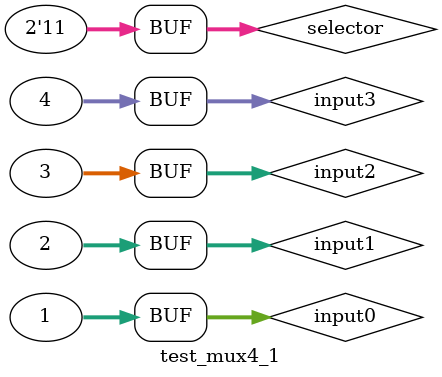
<source format=v>
`timescale 1ns / 1ps


module test_mux4_1;

	// Inputs
	reg [31:0]input0;
	reg [31:0]input1;
	reg [31:0]input2;
	reg [31:0]input3;
	reg [1:0] selector;

	// Outputs
	wire [31:0]out;

	// Instantiate the Unit Under Test (UUT)
	mux4_1 uut (
		.input0(input0), 
		.input1(input1), 
		.input2(input2), 
		.input3(input3), 
		.selector(selector), 
		.out(out)
	);

	initial begin
		// Initialize Inputs
		input0 = 0;
		input1 = 0;
		input2 = 0;
		input3 = 0;
		selector = 0;

		#100;
        
		// Add stimulus here
		
		
		input0 = 1;
		input1 = 2;
		input2 = 3;
		input3 = 4;
		selector = 0;

		#100;
		
		
		input0 = 1;
		input1 = 2;
		input2 = 3;
		input3 = 4;
		selector = 1;

		#100;
		
		
		input0 = 1;
		input1 = 2;
		input2 = 3;
		input3 = 4;
		selector = 2;

		#100;
		
		input0 = 1;
		input1 = 2;
		input2 = 3;
		input3 = 4;
		selector = 3;

		#100;
		
		
		

	end
      
endmodule


</source>
